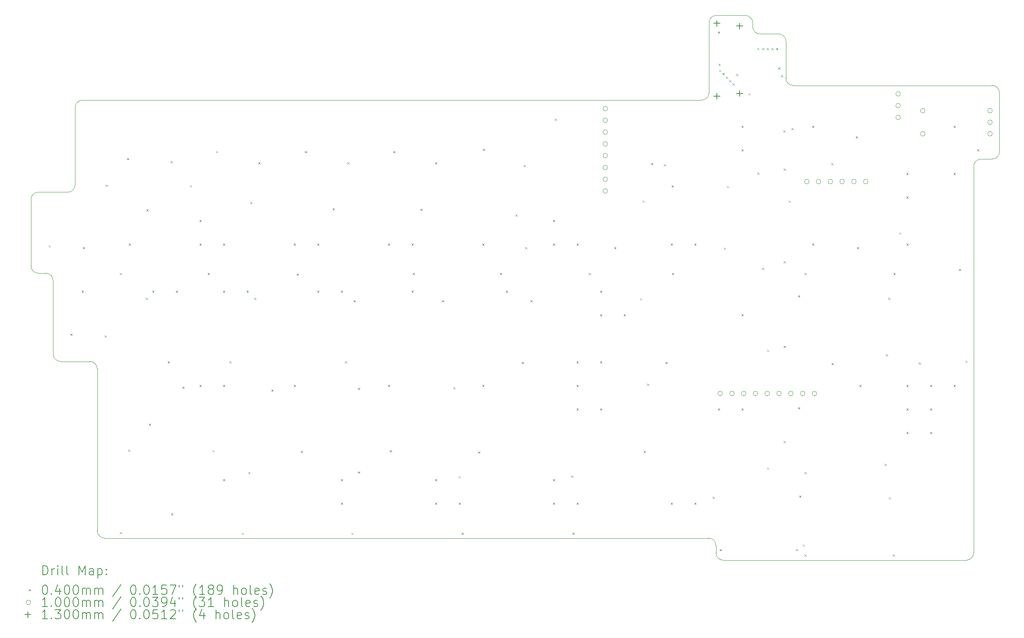
<source format=gbr>
%FSLAX45Y45*%
G04 Gerber Fmt 4.5, Leading zero omitted, Abs format (unit mm)*
G04 Created by KiCad (PCBNEW (6.0.5)) date 2022-07-14 01:38:07*
%MOMM*%
%LPD*%
G01*
G04 APERTURE LIST*
%TA.AperFunction,Profile*%
%ADD10C,0.100000*%
%TD*%
%ADD11C,0.200000*%
%ADD12C,0.040000*%
%ADD13C,0.100000*%
%ADD14C,0.130000*%
G04 APERTURE END LIST*
D10*
X4810125Y-7404100D02*
X4175125Y-7404100D01*
X4016375Y-7562850D02*
X4016375Y-8991600D01*
X24177625Y-15341595D02*
G75*
G03*
X24336375Y-15182850I-5215J163965D01*
G01*
X19573875Y-3832225D02*
X19573875Y-3752850D01*
X4810125Y-7404105D02*
G75*
G03*
X4968875Y-7245350I625J158125D01*
G01*
X5445130Y-14706600D02*
G75*
G03*
X5603875Y-14865350I159960J1210D01*
G01*
X4492625Y-9309100D02*
X4492625Y-10896600D01*
X20288245Y-4943475D02*
G75*
G03*
X20447000Y-5102225I157925J-825D01*
G01*
X5445125Y-11214100D02*
X5445125Y-14706600D01*
X24733250Y-6689730D02*
G75*
G03*
X24892000Y-6530975I2730J156020D01*
G01*
X4175125Y-9150350D02*
X4333875Y-9150350D01*
X18938875Y-15341600D02*
X24177625Y-15341600D01*
X18781006Y-3594105D02*
G75*
G03*
X18630900Y-3752850I4774J-154855D01*
G01*
X5127625Y-5419725D02*
G75*
G03*
X4968875Y-5578475I1130J-159880D01*
G01*
X4492630Y-10896600D02*
G75*
G03*
X4651375Y-11055350I165880J7130D01*
G01*
X4492630Y-9309100D02*
G75*
G03*
X4333875Y-9150350I-153870J4880D01*
G01*
X18780125Y-15024100D02*
X18780125Y-15182850D01*
X18465800Y-5419723D02*
G75*
G03*
X18630900Y-5260975I6600J158363D01*
G01*
X18781006Y-3594100D02*
X19415125Y-3594100D01*
X24892000Y-6530975D02*
X24892000Y-5260975D01*
X18780130Y-15182850D02*
G75*
G03*
X18938875Y-15341600I161390J2640D01*
G01*
X4016380Y-8991600D02*
G75*
G03*
X4175125Y-9150350I156170J-2580D01*
G01*
X24733250Y-5102225D02*
X20447000Y-5102225D01*
X4175125Y-7404095D02*
G75*
G03*
X4016375Y-7562850I-2845J-155905D01*
G01*
X18630900Y-5260975D02*
X18630900Y-3752850D01*
X18780130Y-15024100D02*
G75*
G03*
X18621375Y-14865350I-154860J3890D01*
G01*
X19573875Y-3832225D02*
G75*
G03*
X19732625Y-3990975I150825J-7925D01*
G01*
X24892005Y-5260975D02*
G75*
G03*
X24733250Y-5102225I-158965J-215D01*
G01*
X20129500Y-3990975D02*
X19732625Y-3990975D01*
X20288255Y-4149725D02*
G75*
G03*
X20129500Y-3990975I-155625J3125D01*
G01*
X4968875Y-5578475D02*
X4968875Y-7245350D01*
X24495125Y-6689725D02*
G75*
G03*
X24336375Y-6848475I2975J-161725D01*
G01*
X4651375Y-11055350D02*
X5286375Y-11055350D01*
X5603875Y-14865350D02*
X18621375Y-14865350D01*
X20288250Y-4943475D02*
X20288250Y-4149725D01*
X19573880Y-3752850D02*
G75*
G03*
X19415125Y-3594100I-156970J1780D01*
G01*
X5127625Y-5419725D02*
X18465800Y-5419725D01*
X5445120Y-11214100D02*
G75*
G03*
X5286375Y-11055350I-156900J1850D01*
G01*
X24336375Y-15182850D02*
X24336375Y-6848475D01*
X24495125Y-6689725D02*
X24733250Y-6689725D01*
D11*
D12*
X4396425Y-8549325D02*
X4436425Y-8589325D01*
X4436425Y-8549325D02*
X4396425Y-8589325D01*
X4866325Y-10454325D02*
X4906325Y-10494325D01*
X4906325Y-10454325D02*
X4866325Y-10494325D01*
X5107625Y-9527225D02*
X5147625Y-9567225D01*
X5147625Y-9527225D02*
X5107625Y-9567225D01*
X5133025Y-8587425D02*
X5173025Y-8627425D01*
X5173025Y-8587425D02*
X5133025Y-8627425D01*
X5602925Y-10492425D02*
X5642925Y-10532425D01*
X5642925Y-10492425D02*
X5602925Y-10532425D01*
X5628325Y-7241225D02*
X5668325Y-7281225D01*
X5668325Y-7241225D02*
X5628325Y-7281225D01*
X5933125Y-9146225D02*
X5973125Y-9186225D01*
X5973125Y-9146225D02*
X5933125Y-9186225D01*
X5933125Y-14734225D02*
X5973125Y-14774225D01*
X5973125Y-14734225D02*
X5933125Y-14774225D01*
X6085525Y-6669725D02*
X6125525Y-6709725D01*
X6125525Y-6669725D02*
X6085525Y-6709725D01*
X6110925Y-12956225D02*
X6150925Y-12996225D01*
X6150925Y-12956225D02*
X6110925Y-12996225D01*
X6123625Y-8511225D02*
X6163625Y-8551225D01*
X6163625Y-8511225D02*
X6123625Y-8551225D01*
X6491925Y-9679625D02*
X6531925Y-9719625D01*
X6531925Y-9679625D02*
X6491925Y-9719625D01*
X6504625Y-7774625D02*
X6544625Y-7814625D01*
X6544625Y-7774625D02*
X6504625Y-7814625D01*
X6555425Y-12397425D02*
X6595425Y-12437425D01*
X6595425Y-12397425D02*
X6555425Y-12437425D01*
X6631625Y-9527225D02*
X6671625Y-9567225D01*
X6671625Y-9527225D02*
X6631625Y-9567225D01*
X6961825Y-11051225D02*
X7001825Y-11091225D01*
X7001825Y-11051225D02*
X6961825Y-11091225D01*
X7025325Y-6733225D02*
X7065325Y-6773225D01*
X7065325Y-6733225D02*
X7025325Y-6773225D01*
X7038025Y-14327825D02*
X7078025Y-14367825D01*
X7078025Y-14327825D02*
X7038025Y-14367825D01*
X7139625Y-9527225D02*
X7179625Y-9567225D01*
X7179625Y-9527225D02*
X7139625Y-9567225D01*
X7279325Y-11597325D02*
X7319325Y-11637325D01*
X7319325Y-11597325D02*
X7279325Y-11637325D01*
X7444425Y-7253925D02*
X7484425Y-7293925D01*
X7484425Y-7253925D02*
X7444425Y-7293925D01*
X7647625Y-8003225D02*
X7687625Y-8043225D01*
X7687625Y-8003225D02*
X7647625Y-8043225D01*
X7647625Y-8511225D02*
X7687625Y-8551225D01*
X7687625Y-8511225D02*
X7647625Y-8551225D01*
X7647625Y-11559225D02*
X7687625Y-11599225D01*
X7687625Y-11559225D02*
X7647625Y-11599225D01*
X7825425Y-9146225D02*
X7865425Y-9186225D01*
X7865425Y-9146225D02*
X7825425Y-9186225D01*
X7927025Y-12968925D02*
X7967025Y-13008925D01*
X7967025Y-12968925D02*
X7927025Y-13008925D01*
X8003225Y-6517325D02*
X8043225Y-6557325D01*
X8043225Y-6517325D02*
X8003225Y-6557325D01*
X8155625Y-8511225D02*
X8195625Y-8551225D01*
X8195625Y-8511225D02*
X8155625Y-8551225D01*
X8155625Y-9527225D02*
X8195625Y-9567225D01*
X8195625Y-9527225D02*
X8155625Y-9567225D01*
X8155625Y-11559225D02*
X8195625Y-11599225D01*
X8195625Y-11559225D02*
X8155625Y-11599225D01*
X8155625Y-13591225D02*
X8195625Y-13631225D01*
X8195625Y-13591225D02*
X8155625Y-13631225D01*
X8295325Y-11051225D02*
X8335325Y-11091225D01*
X8335325Y-11051225D02*
X8295325Y-11091225D01*
X8562025Y-14746925D02*
X8602025Y-14786925D01*
X8602025Y-14746925D02*
X8562025Y-14786925D01*
X8663625Y-9527225D02*
X8703625Y-9567225D01*
X8703625Y-9527225D02*
X8663625Y-9567225D01*
X8701725Y-13438825D02*
X8741725Y-13478825D01*
X8741725Y-13438825D02*
X8701725Y-13478825D01*
X8745848Y-7616202D02*
X8785848Y-7656202D01*
X8785848Y-7616202D02*
X8745848Y-7656202D01*
X8828725Y-9679625D02*
X8868725Y-9719625D01*
X8868725Y-9679625D02*
X8828725Y-9719625D01*
X8917625Y-6760200D02*
X8957625Y-6800200D01*
X8957625Y-6760200D02*
X8917625Y-6800200D01*
X9197025Y-11660825D02*
X9237025Y-11700825D01*
X9237025Y-11660825D02*
X9197025Y-11700825D01*
X9679625Y-8511225D02*
X9719625Y-8551225D01*
X9719625Y-8511225D02*
X9679625Y-8551225D01*
X9679625Y-11559225D02*
X9719625Y-11599225D01*
X9719625Y-11559225D02*
X9679625Y-11599225D01*
X9743125Y-9158925D02*
X9783125Y-9198925D01*
X9783125Y-9158925D02*
X9743125Y-9198925D01*
X9832025Y-12981625D02*
X9872025Y-13021625D01*
X9872025Y-12981625D02*
X9832025Y-13021625D01*
X9920925Y-6517325D02*
X9960925Y-6557325D01*
X9960925Y-6517325D02*
X9920925Y-6557325D01*
X10187625Y-8511225D02*
X10227625Y-8551225D01*
X10227625Y-8511225D02*
X10187625Y-8551225D01*
X10187625Y-9527225D02*
X10227625Y-9567225D01*
X10227625Y-9527225D02*
X10187625Y-9567225D01*
X10517825Y-7749225D02*
X10557825Y-7789225D01*
X10557825Y-7749225D02*
X10517825Y-7789225D01*
X10695625Y-9527225D02*
X10735625Y-9567225D01*
X10735625Y-9527225D02*
X10695625Y-9567225D01*
X10695625Y-13591225D02*
X10735625Y-13631225D01*
X10735625Y-13591225D02*
X10695625Y-13631225D01*
X10695625Y-14099225D02*
X10735625Y-14139225D01*
X10735625Y-14099225D02*
X10695625Y-14139225D01*
X10784525Y-11051225D02*
X10824525Y-11091225D01*
X10824525Y-11051225D02*
X10784525Y-11091225D01*
X10835325Y-6760200D02*
X10875325Y-6800200D01*
X10875325Y-6760200D02*
X10835325Y-6800200D01*
X10924225Y-14746925D02*
X10964225Y-14786925D01*
X10964225Y-14746925D02*
X10924225Y-14786925D01*
X10967348Y-9733595D02*
X11007348Y-9773595D01*
X11007348Y-9733595D02*
X10967348Y-9773595D01*
X11063925Y-11622725D02*
X11103925Y-11662725D01*
X11103925Y-11622725D02*
X11063925Y-11662725D01*
X11063925Y-13426125D02*
X11103925Y-13466125D01*
X11103925Y-13426125D02*
X11063925Y-13466125D01*
X11711625Y-8511225D02*
X11751625Y-8551225D01*
X11751625Y-8511225D02*
X11711625Y-8551225D01*
X11711625Y-11559225D02*
X11751625Y-11599225D01*
X11751625Y-11559225D02*
X11711625Y-11599225D01*
X11749725Y-12968925D02*
X11789725Y-13008925D01*
X11789725Y-12968925D02*
X11749725Y-13008925D01*
X11825925Y-6517325D02*
X11865925Y-6557325D01*
X11865925Y-6517325D02*
X11825925Y-6557325D01*
X12219625Y-8511225D02*
X12259625Y-8551225D01*
X12259625Y-8511225D02*
X12219625Y-8551225D01*
X12219625Y-9527225D02*
X12259625Y-9567225D01*
X12259625Y-9527225D02*
X12219625Y-9567225D01*
X12245025Y-9146225D02*
X12285025Y-9186225D01*
X12285025Y-9146225D02*
X12245025Y-9186225D01*
X12410125Y-7761925D02*
X12450125Y-7801925D01*
X12450125Y-7761925D02*
X12410125Y-7801925D01*
X12727625Y-6760200D02*
X12767625Y-6800200D01*
X12767625Y-6760200D02*
X12727625Y-6800200D01*
X12727625Y-13591225D02*
X12767625Y-13631225D01*
X12767625Y-13591225D02*
X12727625Y-13631225D01*
X12727625Y-14099225D02*
X12767625Y-14139225D01*
X12767625Y-14099225D02*
X12727625Y-14139225D01*
X12872348Y-9733595D02*
X12912348Y-9773595D01*
X12912348Y-9733595D02*
X12872348Y-9773595D01*
X13121325Y-11610025D02*
X13161325Y-11650025D01*
X13161325Y-11610025D02*
X13121325Y-11650025D01*
X13235625Y-13527725D02*
X13275625Y-13567725D01*
X13275625Y-13527725D02*
X13235625Y-13567725D01*
X13235625Y-14099225D02*
X13275625Y-14139225D01*
X13275625Y-14099225D02*
X13235625Y-14139225D01*
X13299125Y-14746925D02*
X13339125Y-14786925D01*
X13339125Y-14746925D02*
X13299125Y-14786925D01*
X13654725Y-12994325D02*
X13694725Y-13034325D01*
X13694725Y-12994325D02*
X13654725Y-13034325D01*
X13743625Y-8511225D02*
X13783625Y-8551225D01*
X13783625Y-8511225D02*
X13743625Y-8551225D01*
X13743625Y-11559225D02*
X13783625Y-11599225D01*
X13783625Y-11559225D02*
X13743625Y-11599225D01*
X13756325Y-6466525D02*
X13796325Y-6506525D01*
X13796325Y-6466525D02*
X13756325Y-6506525D01*
X14124625Y-9146225D02*
X14164625Y-9186225D01*
X14164625Y-9146225D02*
X14124625Y-9186225D01*
X14251625Y-9527225D02*
X14291625Y-9567225D01*
X14291625Y-9527225D02*
X14251625Y-9567225D01*
X14460848Y-7882248D02*
X14500848Y-7922248D01*
X14500848Y-7882248D02*
X14460848Y-7922248D01*
X14594525Y-11063925D02*
X14634525Y-11103925D01*
X14634525Y-11063925D02*
X14594525Y-11103925D01*
X14635800Y-6816150D02*
X14675800Y-6856150D01*
X14675800Y-6816150D02*
X14635800Y-6856150D01*
X14670725Y-8587425D02*
X14710725Y-8627425D01*
X14710725Y-8587425D02*
X14670725Y-8627425D01*
X14777348Y-9733595D02*
X14817348Y-9773595D01*
X14817348Y-9733595D02*
X14777348Y-9773595D01*
X15267625Y-8003225D02*
X15307625Y-8043225D01*
X15307625Y-8003225D02*
X15267625Y-8043225D01*
X15267625Y-8511225D02*
X15307625Y-8551225D01*
X15307625Y-8511225D02*
X15267625Y-8551225D01*
X15267625Y-13591225D02*
X15307625Y-13631225D01*
X15307625Y-13591225D02*
X15267625Y-13631225D01*
X15267625Y-14099225D02*
X15307625Y-14139225D01*
X15307625Y-14099225D02*
X15267625Y-14139225D01*
X15305725Y-5818825D02*
X15345725Y-5858825D01*
X15345725Y-5818825D02*
X15305725Y-5858825D01*
X15661325Y-13515025D02*
X15701325Y-13555025D01*
X15701325Y-13515025D02*
X15661325Y-13555025D01*
X15686725Y-14746925D02*
X15726725Y-14786925D01*
X15726725Y-14746925D02*
X15686725Y-14786925D01*
X15775625Y-8511225D02*
X15815625Y-8551225D01*
X15815625Y-8511225D02*
X15775625Y-8551225D01*
X15775625Y-11051225D02*
X15815625Y-11091225D01*
X15815625Y-11051225D02*
X15775625Y-11091225D01*
X15775625Y-11559225D02*
X15815625Y-11599225D01*
X15815625Y-11559225D02*
X15775625Y-11599225D01*
X15775625Y-12067225D02*
X15815625Y-12107225D01*
X15815625Y-12067225D02*
X15775625Y-12107225D01*
X15775625Y-14099225D02*
X15815625Y-14139225D01*
X15815625Y-14099225D02*
X15775625Y-14139225D01*
X16042325Y-9146225D02*
X16082325Y-9186225D01*
X16082325Y-9146225D02*
X16042325Y-9186225D01*
X16283625Y-9527225D02*
X16323625Y-9567225D01*
X16323625Y-9527225D02*
X16283625Y-9567225D01*
X16283625Y-10035225D02*
X16323625Y-10075225D01*
X16323625Y-10035225D02*
X16283625Y-10075225D01*
X16283625Y-11051225D02*
X16323625Y-11091225D01*
X16323625Y-11051225D02*
X16283625Y-11091225D01*
X16283625Y-12067225D02*
X16323625Y-12107225D01*
X16323625Y-12067225D02*
X16283625Y-12107225D01*
X16588425Y-8587425D02*
X16628425Y-8627425D01*
X16628425Y-8587425D02*
X16588425Y-8627425D01*
X16791625Y-10035225D02*
X16831625Y-10075225D01*
X16831625Y-10035225D02*
X16791625Y-10075225D01*
X17147225Y-9692325D02*
X17187225Y-9732325D01*
X17187225Y-9692325D02*
X17147225Y-9732325D01*
X17198025Y-7584125D02*
X17238025Y-7624125D01*
X17238025Y-7584125D02*
X17198025Y-7624125D01*
X17223425Y-12981625D02*
X17263425Y-13021625D01*
X17263425Y-12981625D02*
X17223425Y-13021625D01*
X17297111Y-11531311D02*
X17337111Y-11571311D01*
X17337111Y-11531311D02*
X17297111Y-11571311D01*
X17383711Y-6772446D02*
X17423711Y-6812446D01*
X17423711Y-6772446D02*
X17383711Y-6812446D01*
X17658400Y-6799900D02*
X17698400Y-6839900D01*
X17698400Y-6799900D02*
X17658400Y-6839900D01*
X17693325Y-11063925D02*
X17733325Y-11103925D01*
X17733325Y-11063925D02*
X17693325Y-11103925D01*
X17807625Y-8511225D02*
X17847625Y-8551225D01*
X17847625Y-8511225D02*
X17807625Y-8551225D01*
X17807625Y-14099225D02*
X17847625Y-14139225D01*
X17847625Y-14099225D02*
X17807625Y-14139225D01*
X17823500Y-7257100D02*
X17863500Y-7297100D01*
X17863500Y-7257100D02*
X17823500Y-7297100D01*
X17833025Y-9146225D02*
X17873025Y-9186225D01*
X17873025Y-9146225D02*
X17833025Y-9186225D01*
X18315625Y-8511225D02*
X18355625Y-8551225D01*
X18355625Y-8511225D02*
X18315625Y-8551225D01*
X18315625Y-14099225D02*
X18355625Y-14139225D01*
X18355625Y-14099225D02*
X18315625Y-14139225D01*
X18709325Y-13972225D02*
X18749325Y-14012225D01*
X18749325Y-13972225D02*
X18709325Y-14012225D01*
X18823625Y-3939225D02*
X18863625Y-3979225D01*
X18863625Y-3939225D02*
X18823625Y-3979225D01*
X18823625Y-12067225D02*
X18863625Y-12107225D01*
X18863625Y-12067225D02*
X18823625Y-12107225D01*
X18837736Y-4635490D02*
X18877736Y-4675490D01*
X18877736Y-4635490D02*
X18837736Y-4675490D01*
X18848432Y-4765490D02*
X18888432Y-4805490D01*
X18888432Y-4765490D02*
X18848432Y-4805490D01*
X18861725Y-15102525D02*
X18901725Y-15142525D01*
X18901725Y-15102525D02*
X18861725Y-15142525D01*
X18922079Y-4833063D02*
X18962079Y-4873063D01*
X18962079Y-4833063D02*
X18922079Y-4873063D01*
X18950625Y-8600125D02*
X18990625Y-8640125D01*
X18990625Y-8600125D02*
X18950625Y-8640125D01*
X18994729Y-4913827D02*
X19034729Y-4953827D01*
X19034729Y-4913827D02*
X18994729Y-4953827D01*
X19017300Y-7269800D02*
X19057300Y-7309800D01*
X19057300Y-7269800D02*
X19017300Y-7309800D01*
X19067379Y-4986034D02*
X19107379Y-5026034D01*
X19107379Y-4986034D02*
X19067379Y-5026034D01*
X19140246Y-5054447D02*
X19180246Y-5094447D01*
X19180246Y-5054447D02*
X19140246Y-5094447D01*
X19217325Y-4853625D02*
X19257325Y-4893625D01*
X19257325Y-4853625D02*
X19217325Y-4893625D01*
X19331625Y-5971225D02*
X19371625Y-6011225D01*
X19371625Y-5971225D02*
X19331625Y-6011225D01*
X19331625Y-6479225D02*
X19371625Y-6519225D01*
X19371625Y-6479225D02*
X19331625Y-6519225D01*
X19331625Y-10035225D02*
X19371625Y-10075225D01*
X19371625Y-10035225D02*
X19331625Y-10075225D01*
X19331625Y-12067225D02*
X19371625Y-12107225D01*
X19371625Y-12067225D02*
X19331625Y-12107225D01*
X19484025Y-5272725D02*
X19524025Y-5312725D01*
X19524025Y-5272725D02*
X19484025Y-5312725D01*
X19671029Y-4291330D02*
X19711029Y-4331330D01*
X19711029Y-4291330D02*
X19671029Y-4331330D01*
X19674525Y-6977700D02*
X19714525Y-7017700D01*
X19714525Y-6977700D02*
X19674525Y-7017700D01*
X19776125Y-9038627D02*
X19816125Y-9078627D01*
X19816125Y-9038627D02*
X19776125Y-9078627D01*
X19776411Y-4293968D02*
X19816411Y-4333968D01*
X19816411Y-4293968D02*
X19776411Y-4333968D01*
X19876356Y-4294935D02*
X19916356Y-4334935D01*
X19916356Y-4294935D02*
X19876356Y-4334935D01*
X19880900Y-10800400D02*
X19920900Y-10840400D01*
X19920900Y-10800400D02*
X19880900Y-10840400D01*
X19880900Y-13340400D02*
X19920900Y-13380400D01*
X19920900Y-13340400D02*
X19880900Y-13380400D01*
X19976306Y-4294793D02*
X20016306Y-4334793D01*
X20016306Y-4294793D02*
X19976306Y-4334793D01*
X20076257Y-4294833D02*
X20116257Y-4334833D01*
X20116257Y-4294833D02*
X20076257Y-4334833D01*
X20121887Y-4713864D02*
X20161887Y-4753864D01*
X20161887Y-4713864D02*
X20121887Y-4753864D01*
X20184496Y-4879854D02*
X20224496Y-4919854D01*
X20224496Y-4879854D02*
X20184496Y-4919854D01*
X20233325Y-6072825D02*
X20273325Y-6112825D01*
X20273325Y-6072825D02*
X20233325Y-6112825D01*
X20239675Y-12772075D02*
X20279675Y-12812075D01*
X20279675Y-12772075D02*
X20239675Y-12812075D01*
X20242669Y-10715500D02*
X20282669Y-10755500D01*
X20282669Y-10715500D02*
X20242669Y-10755500D01*
X20242669Y-6894775D02*
X20282669Y-6934775D01*
X20282669Y-6894775D02*
X20242669Y-6934775D01*
X20244401Y-8893849D02*
X20284401Y-8933849D01*
X20284401Y-8893849D02*
X20244401Y-8933849D01*
X20347625Y-7584125D02*
X20387625Y-7624125D01*
X20387625Y-7584125D02*
X20347625Y-7624125D01*
X20411125Y-6022025D02*
X20451125Y-6062025D01*
X20451125Y-6022025D02*
X20411125Y-6062025D01*
X20505702Y-15095502D02*
X20545702Y-15135502D01*
X20545702Y-15095502D02*
X20505702Y-15135502D01*
X20550825Y-9628825D02*
X20590825Y-9668825D01*
X20590825Y-9628825D02*
X20550825Y-9668825D01*
X20550825Y-12041825D02*
X20590825Y-12081825D01*
X20590825Y-12041825D02*
X20550825Y-12081825D01*
X20576225Y-13946825D02*
X20616225Y-13986825D01*
X20616225Y-13946825D02*
X20576225Y-13986825D01*
X20652425Y-15000925D02*
X20692425Y-15040925D01*
X20692425Y-15000925D02*
X20652425Y-15040925D01*
X20690525Y-9146225D02*
X20730525Y-9186225D01*
X20730525Y-9146225D02*
X20690525Y-9186225D01*
X20690525Y-13438825D02*
X20730525Y-13478825D01*
X20730525Y-13438825D02*
X20690525Y-13478825D01*
X20690525Y-15216825D02*
X20730525Y-15256825D01*
X20730525Y-15216825D02*
X20690525Y-15256825D01*
X20855625Y-5971225D02*
X20895625Y-6011225D01*
X20895625Y-5971225D02*
X20855625Y-6011225D01*
X20855625Y-8511225D02*
X20895625Y-8551225D01*
X20895625Y-8511225D02*
X20855625Y-8551225D01*
X21265200Y-6774500D02*
X21305200Y-6814500D01*
X21305200Y-6774500D02*
X21265200Y-6814500D01*
X21274725Y-11089325D02*
X21314725Y-11129325D01*
X21314725Y-11089325D02*
X21274725Y-11129325D01*
X21795425Y-6199825D02*
X21835425Y-6239825D01*
X21835425Y-6199825D02*
X21795425Y-6239825D01*
X21820825Y-8587425D02*
X21860825Y-8627425D01*
X21860825Y-8587425D02*
X21820825Y-8627425D01*
X21871625Y-11559225D02*
X21911625Y-11599225D01*
X21911625Y-11559225D02*
X21871625Y-11599225D01*
X22417725Y-13261025D02*
X22457725Y-13301025D01*
X22457725Y-13261025D02*
X22417725Y-13301025D01*
X22443125Y-10898825D02*
X22483125Y-10938825D01*
X22483125Y-10898825D02*
X22443125Y-10938825D01*
X22493925Y-9679625D02*
X22533925Y-9719625D01*
X22533925Y-9679625D02*
X22493925Y-9719625D01*
X22506625Y-13984925D02*
X22546625Y-14024925D01*
X22546625Y-13984925D02*
X22506625Y-14024925D01*
X22595525Y-15216825D02*
X22635525Y-15256825D01*
X22635525Y-15216825D02*
X22595525Y-15256825D01*
X22608225Y-9146225D02*
X22648225Y-9186225D01*
X22648225Y-9146225D02*
X22608225Y-9186225D01*
X22735225Y-8269925D02*
X22775225Y-8309925D01*
X22775225Y-8269925D02*
X22735225Y-8309925D01*
X22887625Y-6987225D02*
X22927625Y-7027225D01*
X22927625Y-6987225D02*
X22887625Y-7027225D01*
X22887625Y-7495225D02*
X22927625Y-7535225D01*
X22927625Y-7495225D02*
X22887625Y-7535225D01*
X22887625Y-8511225D02*
X22927625Y-8551225D01*
X22927625Y-8511225D02*
X22887625Y-8551225D01*
X22887625Y-11559225D02*
X22927625Y-11599225D01*
X22927625Y-11559225D02*
X22887625Y-11599225D01*
X22887625Y-12067225D02*
X22927625Y-12107225D01*
X22927625Y-12067225D02*
X22887625Y-12107225D01*
X22887625Y-12575225D02*
X22927625Y-12615225D01*
X22927625Y-12575225D02*
X22887625Y-12615225D01*
X23154325Y-11076625D02*
X23194325Y-11116625D01*
X23194325Y-11076625D02*
X23154325Y-11116625D01*
X23395625Y-11559225D02*
X23435625Y-11599225D01*
X23435625Y-11559225D02*
X23395625Y-11599225D01*
X23395625Y-12067225D02*
X23435625Y-12107225D01*
X23435625Y-12067225D02*
X23395625Y-12107225D01*
X23395625Y-12575225D02*
X23435625Y-12615225D01*
X23435625Y-12575225D02*
X23395625Y-12615225D01*
X23903625Y-5971225D02*
X23943625Y-6011225D01*
X23943625Y-5971225D02*
X23903625Y-6011225D01*
X23903625Y-6987225D02*
X23943625Y-7027225D01*
X23943625Y-6987225D02*
X23903625Y-7027225D01*
X23903625Y-11559225D02*
X23943625Y-11599225D01*
X23943625Y-11559225D02*
X23903625Y-11599225D01*
X24017925Y-9057325D02*
X24057925Y-9097325D01*
X24057925Y-9057325D02*
X24017925Y-9097325D01*
X24157625Y-11038525D02*
X24197625Y-11078525D01*
X24197625Y-11038525D02*
X24157625Y-11078525D01*
X24411625Y-6479225D02*
X24451625Y-6519225D01*
X24451625Y-6479225D02*
X24411625Y-6519225D01*
D13*
X16445700Y-5600700D02*
G75*
G03*
X16445700Y-5600700I-50000J0D01*
G01*
X16445700Y-5854700D02*
G75*
G03*
X16445700Y-5854700I-50000J0D01*
G01*
X16445700Y-6108700D02*
G75*
G03*
X16445700Y-6108700I-50000J0D01*
G01*
X16445700Y-6362700D02*
G75*
G03*
X16445700Y-6362700I-50000J0D01*
G01*
X16445700Y-6616700D02*
G75*
G03*
X16445700Y-6616700I-50000J0D01*
G01*
X16445700Y-6870700D02*
G75*
G03*
X16445700Y-6870700I-50000J0D01*
G01*
X16445700Y-7124700D02*
G75*
G03*
X16445700Y-7124700I-50000J0D01*
G01*
X16445700Y-7378700D02*
G75*
G03*
X16445700Y-7378700I-50000J0D01*
G01*
X18922200Y-11747500D02*
G75*
G03*
X18922200Y-11747500I-50000J0D01*
G01*
X19176200Y-11747500D02*
G75*
G03*
X19176200Y-11747500I-50000J0D01*
G01*
X19430200Y-11747500D02*
G75*
G03*
X19430200Y-11747500I-50000J0D01*
G01*
X19684200Y-11747500D02*
G75*
G03*
X19684200Y-11747500I-50000J0D01*
G01*
X19938200Y-11747500D02*
G75*
G03*
X19938200Y-11747500I-50000J0D01*
G01*
X20192200Y-11747500D02*
G75*
G03*
X20192200Y-11747500I-50000J0D01*
G01*
X20446200Y-11747500D02*
G75*
G03*
X20446200Y-11747500I-50000J0D01*
G01*
X20700200Y-11747500D02*
G75*
G03*
X20700200Y-11747500I-50000J0D01*
G01*
X20789100Y-7175500D02*
G75*
G03*
X20789100Y-7175500I-50000J0D01*
G01*
X20954200Y-11747500D02*
G75*
G03*
X20954200Y-11747500I-50000J0D01*
G01*
X21043100Y-7175500D02*
G75*
G03*
X21043100Y-7175500I-50000J0D01*
G01*
X21297100Y-7175500D02*
G75*
G03*
X21297100Y-7175500I-50000J0D01*
G01*
X21551100Y-7175500D02*
G75*
G03*
X21551100Y-7175500I-50000J0D01*
G01*
X21805100Y-7175500D02*
G75*
G03*
X21805100Y-7175500I-50000J0D01*
G01*
X22059100Y-7175500D02*
G75*
G03*
X22059100Y-7175500I-50000J0D01*
G01*
X22757600Y-5284700D02*
G75*
G03*
X22757600Y-5284700I-50000J0D01*
G01*
X22757600Y-5538700D02*
G75*
G03*
X22757600Y-5538700I-50000J0D01*
G01*
X22757600Y-5792700D02*
G75*
G03*
X22757600Y-5792700I-50000J0D01*
G01*
X23289500Y-5645975D02*
G75*
G03*
X23289500Y-5645975I-50000J0D01*
G01*
X23289500Y-6145975D02*
G75*
G03*
X23289500Y-6145975I-50000J0D01*
G01*
X24739500Y-5645975D02*
G75*
G03*
X24739500Y-5645975I-50000J0D01*
G01*
X24739500Y-5895975D02*
G75*
G03*
X24739500Y-5895975I-50000J0D01*
G01*
X24739500Y-6145975D02*
G75*
G03*
X24739500Y-6145975I-50000J0D01*
G01*
D14*
X18802300Y-3696600D02*
X18802300Y-3826600D01*
X18737300Y-3761600D02*
X18867300Y-3761600D01*
X18802300Y-5266600D02*
X18802300Y-5396600D01*
X18737300Y-5331600D02*
X18867300Y-5331600D01*
X19292300Y-3756600D02*
X19292300Y-3886600D01*
X19227300Y-3821600D02*
X19357300Y-3821600D01*
X19292300Y-5206600D02*
X19292300Y-5336600D01*
X19227300Y-5271600D02*
X19357300Y-5271600D01*
D11*
X4268968Y-15657076D02*
X4268968Y-15457076D01*
X4316587Y-15457076D01*
X4345159Y-15466600D01*
X4364206Y-15485648D01*
X4373730Y-15504695D01*
X4383254Y-15542790D01*
X4383254Y-15571362D01*
X4373730Y-15609457D01*
X4364206Y-15628505D01*
X4345159Y-15647552D01*
X4316587Y-15657076D01*
X4268968Y-15657076D01*
X4468968Y-15657076D02*
X4468968Y-15523743D01*
X4468968Y-15561838D02*
X4478492Y-15542790D01*
X4488016Y-15533267D01*
X4507063Y-15523743D01*
X4526111Y-15523743D01*
X4592778Y-15657076D02*
X4592778Y-15523743D01*
X4592778Y-15457076D02*
X4583254Y-15466600D01*
X4592778Y-15476124D01*
X4602301Y-15466600D01*
X4592778Y-15457076D01*
X4592778Y-15476124D01*
X4716587Y-15657076D02*
X4697539Y-15647552D01*
X4688016Y-15628505D01*
X4688016Y-15457076D01*
X4821349Y-15657076D02*
X4802301Y-15647552D01*
X4792778Y-15628505D01*
X4792778Y-15457076D01*
X5049920Y-15657076D02*
X5049920Y-15457076D01*
X5116587Y-15599933D01*
X5183254Y-15457076D01*
X5183254Y-15657076D01*
X5364206Y-15657076D02*
X5364206Y-15552314D01*
X5354682Y-15533267D01*
X5335635Y-15523743D01*
X5297539Y-15523743D01*
X5278492Y-15533267D01*
X5364206Y-15647552D02*
X5345159Y-15657076D01*
X5297539Y-15657076D01*
X5278492Y-15647552D01*
X5268968Y-15628505D01*
X5268968Y-15609457D01*
X5278492Y-15590409D01*
X5297539Y-15580886D01*
X5345159Y-15580886D01*
X5364206Y-15571362D01*
X5459444Y-15523743D02*
X5459444Y-15723743D01*
X5459444Y-15533267D02*
X5478492Y-15523743D01*
X5516587Y-15523743D01*
X5535635Y-15533267D01*
X5545159Y-15542790D01*
X5554682Y-15561838D01*
X5554682Y-15618981D01*
X5545159Y-15638028D01*
X5535635Y-15647552D01*
X5516587Y-15657076D01*
X5478492Y-15657076D01*
X5459444Y-15647552D01*
X5640397Y-15638028D02*
X5649920Y-15647552D01*
X5640397Y-15657076D01*
X5630873Y-15647552D01*
X5640397Y-15638028D01*
X5640397Y-15657076D01*
X5640397Y-15533267D02*
X5649920Y-15542790D01*
X5640397Y-15552314D01*
X5630873Y-15542790D01*
X5640397Y-15533267D01*
X5640397Y-15552314D01*
D12*
X3971349Y-15966600D02*
X4011349Y-16006600D01*
X4011349Y-15966600D02*
X3971349Y-16006600D01*
D11*
X4307063Y-15877076D02*
X4326111Y-15877076D01*
X4345159Y-15886600D01*
X4354682Y-15896124D01*
X4364206Y-15915171D01*
X4373730Y-15953267D01*
X4373730Y-16000886D01*
X4364206Y-16038981D01*
X4354682Y-16058028D01*
X4345159Y-16067552D01*
X4326111Y-16077076D01*
X4307063Y-16077076D01*
X4288016Y-16067552D01*
X4278492Y-16058028D01*
X4268968Y-16038981D01*
X4259444Y-16000886D01*
X4259444Y-15953267D01*
X4268968Y-15915171D01*
X4278492Y-15896124D01*
X4288016Y-15886600D01*
X4307063Y-15877076D01*
X4459444Y-16058028D02*
X4468968Y-16067552D01*
X4459444Y-16077076D01*
X4449920Y-16067552D01*
X4459444Y-16058028D01*
X4459444Y-16077076D01*
X4640397Y-15943743D02*
X4640397Y-16077076D01*
X4592778Y-15867552D02*
X4545159Y-16010409D01*
X4668968Y-16010409D01*
X4783254Y-15877076D02*
X4802301Y-15877076D01*
X4821349Y-15886600D01*
X4830873Y-15896124D01*
X4840397Y-15915171D01*
X4849920Y-15953267D01*
X4849920Y-16000886D01*
X4840397Y-16038981D01*
X4830873Y-16058028D01*
X4821349Y-16067552D01*
X4802301Y-16077076D01*
X4783254Y-16077076D01*
X4764206Y-16067552D01*
X4754682Y-16058028D01*
X4745159Y-16038981D01*
X4735635Y-16000886D01*
X4735635Y-15953267D01*
X4745159Y-15915171D01*
X4754682Y-15896124D01*
X4764206Y-15886600D01*
X4783254Y-15877076D01*
X4973730Y-15877076D02*
X4992778Y-15877076D01*
X5011825Y-15886600D01*
X5021349Y-15896124D01*
X5030873Y-15915171D01*
X5040397Y-15953267D01*
X5040397Y-16000886D01*
X5030873Y-16038981D01*
X5021349Y-16058028D01*
X5011825Y-16067552D01*
X4992778Y-16077076D01*
X4973730Y-16077076D01*
X4954682Y-16067552D01*
X4945159Y-16058028D01*
X4935635Y-16038981D01*
X4926111Y-16000886D01*
X4926111Y-15953267D01*
X4935635Y-15915171D01*
X4945159Y-15896124D01*
X4954682Y-15886600D01*
X4973730Y-15877076D01*
X5126111Y-16077076D02*
X5126111Y-15943743D01*
X5126111Y-15962790D02*
X5135635Y-15953267D01*
X5154682Y-15943743D01*
X5183254Y-15943743D01*
X5202301Y-15953267D01*
X5211825Y-15972314D01*
X5211825Y-16077076D01*
X5211825Y-15972314D02*
X5221349Y-15953267D01*
X5240397Y-15943743D01*
X5268968Y-15943743D01*
X5288016Y-15953267D01*
X5297539Y-15972314D01*
X5297539Y-16077076D01*
X5392778Y-16077076D02*
X5392778Y-15943743D01*
X5392778Y-15962790D02*
X5402301Y-15953267D01*
X5421349Y-15943743D01*
X5449920Y-15943743D01*
X5468968Y-15953267D01*
X5478492Y-15972314D01*
X5478492Y-16077076D01*
X5478492Y-15972314D02*
X5488016Y-15953267D01*
X5507063Y-15943743D01*
X5535635Y-15943743D01*
X5554682Y-15953267D01*
X5564206Y-15972314D01*
X5564206Y-16077076D01*
X5954682Y-15867552D02*
X5783254Y-16124695D01*
X6211825Y-15877076D02*
X6230873Y-15877076D01*
X6249920Y-15886600D01*
X6259444Y-15896124D01*
X6268968Y-15915171D01*
X6278492Y-15953267D01*
X6278492Y-16000886D01*
X6268968Y-16038981D01*
X6259444Y-16058028D01*
X6249920Y-16067552D01*
X6230873Y-16077076D01*
X6211825Y-16077076D01*
X6192777Y-16067552D01*
X6183254Y-16058028D01*
X6173730Y-16038981D01*
X6164206Y-16000886D01*
X6164206Y-15953267D01*
X6173730Y-15915171D01*
X6183254Y-15896124D01*
X6192777Y-15886600D01*
X6211825Y-15877076D01*
X6364206Y-16058028D02*
X6373730Y-16067552D01*
X6364206Y-16077076D01*
X6354682Y-16067552D01*
X6364206Y-16058028D01*
X6364206Y-16077076D01*
X6497539Y-15877076D02*
X6516587Y-15877076D01*
X6535635Y-15886600D01*
X6545158Y-15896124D01*
X6554682Y-15915171D01*
X6564206Y-15953267D01*
X6564206Y-16000886D01*
X6554682Y-16038981D01*
X6545158Y-16058028D01*
X6535635Y-16067552D01*
X6516587Y-16077076D01*
X6497539Y-16077076D01*
X6478492Y-16067552D01*
X6468968Y-16058028D01*
X6459444Y-16038981D01*
X6449920Y-16000886D01*
X6449920Y-15953267D01*
X6459444Y-15915171D01*
X6468968Y-15896124D01*
X6478492Y-15886600D01*
X6497539Y-15877076D01*
X6754682Y-16077076D02*
X6640397Y-16077076D01*
X6697539Y-16077076D02*
X6697539Y-15877076D01*
X6678492Y-15905648D01*
X6659444Y-15924695D01*
X6640397Y-15934219D01*
X6935635Y-15877076D02*
X6840397Y-15877076D01*
X6830873Y-15972314D01*
X6840397Y-15962790D01*
X6859444Y-15953267D01*
X6907063Y-15953267D01*
X6926111Y-15962790D01*
X6935635Y-15972314D01*
X6945158Y-15991362D01*
X6945158Y-16038981D01*
X6935635Y-16058028D01*
X6926111Y-16067552D01*
X6907063Y-16077076D01*
X6859444Y-16077076D01*
X6840397Y-16067552D01*
X6830873Y-16058028D01*
X7011825Y-15877076D02*
X7145158Y-15877076D01*
X7059444Y-16077076D01*
X7211825Y-15877076D02*
X7211825Y-15915171D01*
X7288016Y-15877076D02*
X7288016Y-15915171D01*
X7583254Y-16153267D02*
X7573730Y-16143743D01*
X7554682Y-16115171D01*
X7545158Y-16096124D01*
X7535635Y-16067552D01*
X7526111Y-16019933D01*
X7526111Y-15981838D01*
X7535635Y-15934219D01*
X7545158Y-15905648D01*
X7554682Y-15886600D01*
X7573730Y-15858028D01*
X7583254Y-15848505D01*
X7764206Y-16077076D02*
X7649920Y-16077076D01*
X7707063Y-16077076D02*
X7707063Y-15877076D01*
X7688016Y-15905648D01*
X7668968Y-15924695D01*
X7649920Y-15934219D01*
X7878492Y-15962790D02*
X7859444Y-15953267D01*
X7849920Y-15943743D01*
X7840397Y-15924695D01*
X7840397Y-15915171D01*
X7849920Y-15896124D01*
X7859444Y-15886600D01*
X7878492Y-15877076D01*
X7916587Y-15877076D01*
X7935635Y-15886600D01*
X7945158Y-15896124D01*
X7954682Y-15915171D01*
X7954682Y-15924695D01*
X7945158Y-15943743D01*
X7935635Y-15953267D01*
X7916587Y-15962790D01*
X7878492Y-15962790D01*
X7859444Y-15972314D01*
X7849920Y-15981838D01*
X7840397Y-16000886D01*
X7840397Y-16038981D01*
X7849920Y-16058028D01*
X7859444Y-16067552D01*
X7878492Y-16077076D01*
X7916587Y-16077076D01*
X7935635Y-16067552D01*
X7945158Y-16058028D01*
X7954682Y-16038981D01*
X7954682Y-16000886D01*
X7945158Y-15981838D01*
X7935635Y-15972314D01*
X7916587Y-15962790D01*
X8049920Y-16077076D02*
X8088016Y-16077076D01*
X8107063Y-16067552D01*
X8116587Y-16058028D01*
X8135635Y-16029457D01*
X8145158Y-15991362D01*
X8145158Y-15915171D01*
X8135635Y-15896124D01*
X8126111Y-15886600D01*
X8107063Y-15877076D01*
X8068968Y-15877076D01*
X8049920Y-15886600D01*
X8040397Y-15896124D01*
X8030873Y-15915171D01*
X8030873Y-15962790D01*
X8040397Y-15981838D01*
X8049920Y-15991362D01*
X8068968Y-16000886D01*
X8107063Y-16000886D01*
X8126111Y-15991362D01*
X8135635Y-15981838D01*
X8145158Y-15962790D01*
X8383254Y-16077076D02*
X8383254Y-15877076D01*
X8468968Y-16077076D02*
X8468968Y-15972314D01*
X8459444Y-15953267D01*
X8440397Y-15943743D01*
X8411825Y-15943743D01*
X8392778Y-15953267D01*
X8383254Y-15962790D01*
X8592778Y-16077076D02*
X8573730Y-16067552D01*
X8564206Y-16058028D01*
X8554682Y-16038981D01*
X8554682Y-15981838D01*
X8564206Y-15962790D01*
X8573730Y-15953267D01*
X8592778Y-15943743D01*
X8621349Y-15943743D01*
X8640397Y-15953267D01*
X8649920Y-15962790D01*
X8659444Y-15981838D01*
X8659444Y-16038981D01*
X8649920Y-16058028D01*
X8640397Y-16067552D01*
X8621349Y-16077076D01*
X8592778Y-16077076D01*
X8773730Y-16077076D02*
X8754682Y-16067552D01*
X8745159Y-16048505D01*
X8745159Y-15877076D01*
X8926111Y-16067552D02*
X8907063Y-16077076D01*
X8868968Y-16077076D01*
X8849920Y-16067552D01*
X8840397Y-16048505D01*
X8840397Y-15972314D01*
X8849920Y-15953267D01*
X8868968Y-15943743D01*
X8907063Y-15943743D01*
X8926111Y-15953267D01*
X8935635Y-15972314D01*
X8935635Y-15991362D01*
X8840397Y-16010409D01*
X9011825Y-16067552D02*
X9030873Y-16077076D01*
X9068968Y-16077076D01*
X9088016Y-16067552D01*
X9097539Y-16048505D01*
X9097539Y-16038981D01*
X9088016Y-16019933D01*
X9068968Y-16010409D01*
X9040397Y-16010409D01*
X9021349Y-16000886D01*
X9011825Y-15981838D01*
X9011825Y-15972314D01*
X9021349Y-15953267D01*
X9040397Y-15943743D01*
X9068968Y-15943743D01*
X9088016Y-15953267D01*
X9164206Y-16153267D02*
X9173730Y-16143743D01*
X9192778Y-16115171D01*
X9202301Y-16096124D01*
X9211825Y-16067552D01*
X9221349Y-16019933D01*
X9221349Y-15981838D01*
X9211825Y-15934219D01*
X9202301Y-15905648D01*
X9192778Y-15886600D01*
X9173730Y-15858028D01*
X9164206Y-15848505D01*
D13*
X4011349Y-16250600D02*
G75*
G03*
X4011349Y-16250600I-50000J0D01*
G01*
D11*
X4373730Y-16341076D02*
X4259444Y-16341076D01*
X4316587Y-16341076D02*
X4316587Y-16141076D01*
X4297539Y-16169648D01*
X4278492Y-16188695D01*
X4259444Y-16198219D01*
X4459444Y-16322028D02*
X4468968Y-16331552D01*
X4459444Y-16341076D01*
X4449920Y-16331552D01*
X4459444Y-16322028D01*
X4459444Y-16341076D01*
X4592778Y-16141076D02*
X4611825Y-16141076D01*
X4630873Y-16150600D01*
X4640397Y-16160124D01*
X4649920Y-16179171D01*
X4659444Y-16217267D01*
X4659444Y-16264886D01*
X4649920Y-16302981D01*
X4640397Y-16322028D01*
X4630873Y-16331552D01*
X4611825Y-16341076D01*
X4592778Y-16341076D01*
X4573730Y-16331552D01*
X4564206Y-16322028D01*
X4554682Y-16302981D01*
X4545159Y-16264886D01*
X4545159Y-16217267D01*
X4554682Y-16179171D01*
X4564206Y-16160124D01*
X4573730Y-16150600D01*
X4592778Y-16141076D01*
X4783254Y-16141076D02*
X4802301Y-16141076D01*
X4821349Y-16150600D01*
X4830873Y-16160124D01*
X4840397Y-16179171D01*
X4849920Y-16217267D01*
X4849920Y-16264886D01*
X4840397Y-16302981D01*
X4830873Y-16322028D01*
X4821349Y-16331552D01*
X4802301Y-16341076D01*
X4783254Y-16341076D01*
X4764206Y-16331552D01*
X4754682Y-16322028D01*
X4745159Y-16302981D01*
X4735635Y-16264886D01*
X4735635Y-16217267D01*
X4745159Y-16179171D01*
X4754682Y-16160124D01*
X4764206Y-16150600D01*
X4783254Y-16141076D01*
X4973730Y-16141076D02*
X4992778Y-16141076D01*
X5011825Y-16150600D01*
X5021349Y-16160124D01*
X5030873Y-16179171D01*
X5040397Y-16217267D01*
X5040397Y-16264886D01*
X5030873Y-16302981D01*
X5021349Y-16322028D01*
X5011825Y-16331552D01*
X4992778Y-16341076D01*
X4973730Y-16341076D01*
X4954682Y-16331552D01*
X4945159Y-16322028D01*
X4935635Y-16302981D01*
X4926111Y-16264886D01*
X4926111Y-16217267D01*
X4935635Y-16179171D01*
X4945159Y-16160124D01*
X4954682Y-16150600D01*
X4973730Y-16141076D01*
X5126111Y-16341076D02*
X5126111Y-16207743D01*
X5126111Y-16226790D02*
X5135635Y-16217267D01*
X5154682Y-16207743D01*
X5183254Y-16207743D01*
X5202301Y-16217267D01*
X5211825Y-16236314D01*
X5211825Y-16341076D01*
X5211825Y-16236314D02*
X5221349Y-16217267D01*
X5240397Y-16207743D01*
X5268968Y-16207743D01*
X5288016Y-16217267D01*
X5297539Y-16236314D01*
X5297539Y-16341076D01*
X5392778Y-16341076D02*
X5392778Y-16207743D01*
X5392778Y-16226790D02*
X5402301Y-16217267D01*
X5421349Y-16207743D01*
X5449920Y-16207743D01*
X5468968Y-16217267D01*
X5478492Y-16236314D01*
X5478492Y-16341076D01*
X5478492Y-16236314D02*
X5488016Y-16217267D01*
X5507063Y-16207743D01*
X5535635Y-16207743D01*
X5554682Y-16217267D01*
X5564206Y-16236314D01*
X5564206Y-16341076D01*
X5954682Y-16131552D02*
X5783254Y-16388695D01*
X6211825Y-16141076D02*
X6230873Y-16141076D01*
X6249920Y-16150600D01*
X6259444Y-16160124D01*
X6268968Y-16179171D01*
X6278492Y-16217267D01*
X6278492Y-16264886D01*
X6268968Y-16302981D01*
X6259444Y-16322028D01*
X6249920Y-16331552D01*
X6230873Y-16341076D01*
X6211825Y-16341076D01*
X6192777Y-16331552D01*
X6183254Y-16322028D01*
X6173730Y-16302981D01*
X6164206Y-16264886D01*
X6164206Y-16217267D01*
X6173730Y-16179171D01*
X6183254Y-16160124D01*
X6192777Y-16150600D01*
X6211825Y-16141076D01*
X6364206Y-16322028D02*
X6373730Y-16331552D01*
X6364206Y-16341076D01*
X6354682Y-16331552D01*
X6364206Y-16322028D01*
X6364206Y-16341076D01*
X6497539Y-16141076D02*
X6516587Y-16141076D01*
X6535635Y-16150600D01*
X6545158Y-16160124D01*
X6554682Y-16179171D01*
X6564206Y-16217267D01*
X6564206Y-16264886D01*
X6554682Y-16302981D01*
X6545158Y-16322028D01*
X6535635Y-16331552D01*
X6516587Y-16341076D01*
X6497539Y-16341076D01*
X6478492Y-16331552D01*
X6468968Y-16322028D01*
X6459444Y-16302981D01*
X6449920Y-16264886D01*
X6449920Y-16217267D01*
X6459444Y-16179171D01*
X6468968Y-16160124D01*
X6478492Y-16150600D01*
X6497539Y-16141076D01*
X6630873Y-16141076D02*
X6754682Y-16141076D01*
X6688016Y-16217267D01*
X6716587Y-16217267D01*
X6735635Y-16226790D01*
X6745158Y-16236314D01*
X6754682Y-16255362D01*
X6754682Y-16302981D01*
X6745158Y-16322028D01*
X6735635Y-16331552D01*
X6716587Y-16341076D01*
X6659444Y-16341076D01*
X6640397Y-16331552D01*
X6630873Y-16322028D01*
X6849920Y-16341076D02*
X6888016Y-16341076D01*
X6907063Y-16331552D01*
X6916587Y-16322028D01*
X6935635Y-16293457D01*
X6945158Y-16255362D01*
X6945158Y-16179171D01*
X6935635Y-16160124D01*
X6926111Y-16150600D01*
X6907063Y-16141076D01*
X6868968Y-16141076D01*
X6849920Y-16150600D01*
X6840397Y-16160124D01*
X6830873Y-16179171D01*
X6830873Y-16226790D01*
X6840397Y-16245838D01*
X6849920Y-16255362D01*
X6868968Y-16264886D01*
X6907063Y-16264886D01*
X6926111Y-16255362D01*
X6935635Y-16245838D01*
X6945158Y-16226790D01*
X7116587Y-16207743D02*
X7116587Y-16341076D01*
X7068968Y-16131552D02*
X7021349Y-16274409D01*
X7145158Y-16274409D01*
X7211825Y-16141076D02*
X7211825Y-16179171D01*
X7288016Y-16141076D02*
X7288016Y-16179171D01*
X7583254Y-16417267D02*
X7573730Y-16407743D01*
X7554682Y-16379171D01*
X7545158Y-16360124D01*
X7535635Y-16331552D01*
X7526111Y-16283933D01*
X7526111Y-16245838D01*
X7535635Y-16198219D01*
X7545158Y-16169648D01*
X7554682Y-16150600D01*
X7573730Y-16122028D01*
X7583254Y-16112505D01*
X7640397Y-16141076D02*
X7764206Y-16141076D01*
X7697539Y-16217267D01*
X7726111Y-16217267D01*
X7745158Y-16226790D01*
X7754682Y-16236314D01*
X7764206Y-16255362D01*
X7764206Y-16302981D01*
X7754682Y-16322028D01*
X7745158Y-16331552D01*
X7726111Y-16341076D01*
X7668968Y-16341076D01*
X7649920Y-16331552D01*
X7640397Y-16322028D01*
X7954682Y-16341076D02*
X7840397Y-16341076D01*
X7897539Y-16341076D02*
X7897539Y-16141076D01*
X7878492Y-16169648D01*
X7859444Y-16188695D01*
X7840397Y-16198219D01*
X8192777Y-16341076D02*
X8192777Y-16141076D01*
X8278492Y-16341076D02*
X8278492Y-16236314D01*
X8268968Y-16217267D01*
X8249920Y-16207743D01*
X8221349Y-16207743D01*
X8202301Y-16217267D01*
X8192777Y-16226790D01*
X8402301Y-16341076D02*
X8383254Y-16331552D01*
X8373730Y-16322028D01*
X8364206Y-16302981D01*
X8364206Y-16245838D01*
X8373730Y-16226790D01*
X8383254Y-16217267D01*
X8402301Y-16207743D01*
X8430873Y-16207743D01*
X8449920Y-16217267D01*
X8459444Y-16226790D01*
X8468968Y-16245838D01*
X8468968Y-16302981D01*
X8459444Y-16322028D01*
X8449920Y-16331552D01*
X8430873Y-16341076D01*
X8402301Y-16341076D01*
X8583254Y-16341076D02*
X8564206Y-16331552D01*
X8554682Y-16312505D01*
X8554682Y-16141076D01*
X8735635Y-16331552D02*
X8716587Y-16341076D01*
X8678492Y-16341076D01*
X8659444Y-16331552D01*
X8649920Y-16312505D01*
X8649920Y-16236314D01*
X8659444Y-16217267D01*
X8678492Y-16207743D01*
X8716587Y-16207743D01*
X8735635Y-16217267D01*
X8745159Y-16236314D01*
X8745159Y-16255362D01*
X8649920Y-16274409D01*
X8821349Y-16331552D02*
X8840397Y-16341076D01*
X8878492Y-16341076D01*
X8897539Y-16331552D01*
X8907063Y-16312505D01*
X8907063Y-16302981D01*
X8897539Y-16283933D01*
X8878492Y-16274409D01*
X8849920Y-16274409D01*
X8830873Y-16264886D01*
X8821349Y-16245838D01*
X8821349Y-16236314D01*
X8830873Y-16217267D01*
X8849920Y-16207743D01*
X8878492Y-16207743D01*
X8897539Y-16217267D01*
X8973730Y-16417267D02*
X8983254Y-16407743D01*
X9002301Y-16379171D01*
X9011825Y-16360124D01*
X9021349Y-16331552D01*
X9030873Y-16283933D01*
X9030873Y-16245838D01*
X9021349Y-16198219D01*
X9011825Y-16169648D01*
X9002301Y-16150600D01*
X8983254Y-16122028D01*
X8973730Y-16112505D01*
D14*
X3946349Y-16449600D02*
X3946349Y-16579600D01*
X3881349Y-16514600D02*
X4011349Y-16514600D01*
D11*
X4373730Y-16605076D02*
X4259444Y-16605076D01*
X4316587Y-16605076D02*
X4316587Y-16405076D01*
X4297539Y-16433648D01*
X4278492Y-16452695D01*
X4259444Y-16462219D01*
X4459444Y-16586028D02*
X4468968Y-16595552D01*
X4459444Y-16605076D01*
X4449920Y-16595552D01*
X4459444Y-16586028D01*
X4459444Y-16605076D01*
X4535635Y-16405076D02*
X4659444Y-16405076D01*
X4592778Y-16481267D01*
X4621349Y-16481267D01*
X4640397Y-16490790D01*
X4649920Y-16500314D01*
X4659444Y-16519362D01*
X4659444Y-16566981D01*
X4649920Y-16586028D01*
X4640397Y-16595552D01*
X4621349Y-16605076D01*
X4564206Y-16605076D01*
X4545159Y-16595552D01*
X4535635Y-16586028D01*
X4783254Y-16405076D02*
X4802301Y-16405076D01*
X4821349Y-16414600D01*
X4830873Y-16424124D01*
X4840397Y-16443171D01*
X4849920Y-16481267D01*
X4849920Y-16528886D01*
X4840397Y-16566981D01*
X4830873Y-16586028D01*
X4821349Y-16595552D01*
X4802301Y-16605076D01*
X4783254Y-16605076D01*
X4764206Y-16595552D01*
X4754682Y-16586028D01*
X4745159Y-16566981D01*
X4735635Y-16528886D01*
X4735635Y-16481267D01*
X4745159Y-16443171D01*
X4754682Y-16424124D01*
X4764206Y-16414600D01*
X4783254Y-16405076D01*
X4973730Y-16405076D02*
X4992778Y-16405076D01*
X5011825Y-16414600D01*
X5021349Y-16424124D01*
X5030873Y-16443171D01*
X5040397Y-16481267D01*
X5040397Y-16528886D01*
X5030873Y-16566981D01*
X5021349Y-16586028D01*
X5011825Y-16595552D01*
X4992778Y-16605076D01*
X4973730Y-16605076D01*
X4954682Y-16595552D01*
X4945159Y-16586028D01*
X4935635Y-16566981D01*
X4926111Y-16528886D01*
X4926111Y-16481267D01*
X4935635Y-16443171D01*
X4945159Y-16424124D01*
X4954682Y-16414600D01*
X4973730Y-16405076D01*
X5126111Y-16605076D02*
X5126111Y-16471743D01*
X5126111Y-16490790D02*
X5135635Y-16481267D01*
X5154682Y-16471743D01*
X5183254Y-16471743D01*
X5202301Y-16481267D01*
X5211825Y-16500314D01*
X5211825Y-16605076D01*
X5211825Y-16500314D02*
X5221349Y-16481267D01*
X5240397Y-16471743D01*
X5268968Y-16471743D01*
X5288016Y-16481267D01*
X5297539Y-16500314D01*
X5297539Y-16605076D01*
X5392778Y-16605076D02*
X5392778Y-16471743D01*
X5392778Y-16490790D02*
X5402301Y-16481267D01*
X5421349Y-16471743D01*
X5449920Y-16471743D01*
X5468968Y-16481267D01*
X5478492Y-16500314D01*
X5478492Y-16605076D01*
X5478492Y-16500314D02*
X5488016Y-16481267D01*
X5507063Y-16471743D01*
X5535635Y-16471743D01*
X5554682Y-16481267D01*
X5564206Y-16500314D01*
X5564206Y-16605076D01*
X5954682Y-16395552D02*
X5783254Y-16652695D01*
X6211825Y-16405076D02*
X6230873Y-16405076D01*
X6249920Y-16414600D01*
X6259444Y-16424124D01*
X6268968Y-16443171D01*
X6278492Y-16481267D01*
X6278492Y-16528886D01*
X6268968Y-16566981D01*
X6259444Y-16586028D01*
X6249920Y-16595552D01*
X6230873Y-16605076D01*
X6211825Y-16605076D01*
X6192777Y-16595552D01*
X6183254Y-16586028D01*
X6173730Y-16566981D01*
X6164206Y-16528886D01*
X6164206Y-16481267D01*
X6173730Y-16443171D01*
X6183254Y-16424124D01*
X6192777Y-16414600D01*
X6211825Y-16405076D01*
X6364206Y-16586028D02*
X6373730Y-16595552D01*
X6364206Y-16605076D01*
X6354682Y-16595552D01*
X6364206Y-16586028D01*
X6364206Y-16605076D01*
X6497539Y-16405076D02*
X6516587Y-16405076D01*
X6535635Y-16414600D01*
X6545158Y-16424124D01*
X6554682Y-16443171D01*
X6564206Y-16481267D01*
X6564206Y-16528886D01*
X6554682Y-16566981D01*
X6545158Y-16586028D01*
X6535635Y-16595552D01*
X6516587Y-16605076D01*
X6497539Y-16605076D01*
X6478492Y-16595552D01*
X6468968Y-16586028D01*
X6459444Y-16566981D01*
X6449920Y-16528886D01*
X6449920Y-16481267D01*
X6459444Y-16443171D01*
X6468968Y-16424124D01*
X6478492Y-16414600D01*
X6497539Y-16405076D01*
X6745158Y-16405076D02*
X6649920Y-16405076D01*
X6640397Y-16500314D01*
X6649920Y-16490790D01*
X6668968Y-16481267D01*
X6716587Y-16481267D01*
X6735635Y-16490790D01*
X6745158Y-16500314D01*
X6754682Y-16519362D01*
X6754682Y-16566981D01*
X6745158Y-16586028D01*
X6735635Y-16595552D01*
X6716587Y-16605076D01*
X6668968Y-16605076D01*
X6649920Y-16595552D01*
X6640397Y-16586028D01*
X6945158Y-16605076D02*
X6830873Y-16605076D01*
X6888016Y-16605076D02*
X6888016Y-16405076D01*
X6868968Y-16433648D01*
X6849920Y-16452695D01*
X6830873Y-16462219D01*
X7021349Y-16424124D02*
X7030873Y-16414600D01*
X7049920Y-16405076D01*
X7097539Y-16405076D01*
X7116587Y-16414600D01*
X7126111Y-16424124D01*
X7135635Y-16443171D01*
X7135635Y-16462219D01*
X7126111Y-16490790D01*
X7011825Y-16605076D01*
X7135635Y-16605076D01*
X7211825Y-16405076D02*
X7211825Y-16443171D01*
X7288016Y-16405076D02*
X7288016Y-16443171D01*
X7583254Y-16681267D02*
X7573730Y-16671743D01*
X7554682Y-16643171D01*
X7545158Y-16624124D01*
X7535635Y-16595552D01*
X7526111Y-16547933D01*
X7526111Y-16509838D01*
X7535635Y-16462219D01*
X7545158Y-16433648D01*
X7554682Y-16414600D01*
X7573730Y-16386028D01*
X7583254Y-16376505D01*
X7745158Y-16471743D02*
X7745158Y-16605076D01*
X7697539Y-16395552D02*
X7649920Y-16538409D01*
X7773730Y-16538409D01*
X8002301Y-16605076D02*
X8002301Y-16405076D01*
X8088016Y-16605076D02*
X8088016Y-16500314D01*
X8078492Y-16481267D01*
X8059444Y-16471743D01*
X8030873Y-16471743D01*
X8011825Y-16481267D01*
X8002301Y-16490790D01*
X8211825Y-16605076D02*
X8192777Y-16595552D01*
X8183254Y-16586028D01*
X8173730Y-16566981D01*
X8173730Y-16509838D01*
X8183254Y-16490790D01*
X8192777Y-16481267D01*
X8211825Y-16471743D01*
X8240397Y-16471743D01*
X8259444Y-16481267D01*
X8268968Y-16490790D01*
X8278492Y-16509838D01*
X8278492Y-16566981D01*
X8268968Y-16586028D01*
X8259444Y-16595552D01*
X8240397Y-16605076D01*
X8211825Y-16605076D01*
X8392778Y-16605076D02*
X8373730Y-16595552D01*
X8364206Y-16576505D01*
X8364206Y-16405076D01*
X8545159Y-16595552D02*
X8526111Y-16605076D01*
X8488016Y-16605076D01*
X8468968Y-16595552D01*
X8459444Y-16576505D01*
X8459444Y-16500314D01*
X8468968Y-16481267D01*
X8488016Y-16471743D01*
X8526111Y-16471743D01*
X8545159Y-16481267D01*
X8554682Y-16500314D01*
X8554682Y-16519362D01*
X8459444Y-16538409D01*
X8630873Y-16595552D02*
X8649920Y-16605076D01*
X8688016Y-16605076D01*
X8707063Y-16595552D01*
X8716587Y-16576505D01*
X8716587Y-16566981D01*
X8707063Y-16547933D01*
X8688016Y-16538409D01*
X8659444Y-16538409D01*
X8640397Y-16528886D01*
X8630873Y-16509838D01*
X8630873Y-16500314D01*
X8640397Y-16481267D01*
X8659444Y-16471743D01*
X8688016Y-16471743D01*
X8707063Y-16481267D01*
X8783254Y-16681267D02*
X8792778Y-16671743D01*
X8811825Y-16643171D01*
X8821349Y-16624124D01*
X8830873Y-16595552D01*
X8840397Y-16547933D01*
X8840397Y-16509838D01*
X8830873Y-16462219D01*
X8821349Y-16433648D01*
X8811825Y-16414600D01*
X8792778Y-16386028D01*
X8783254Y-16376505D01*
M02*

</source>
